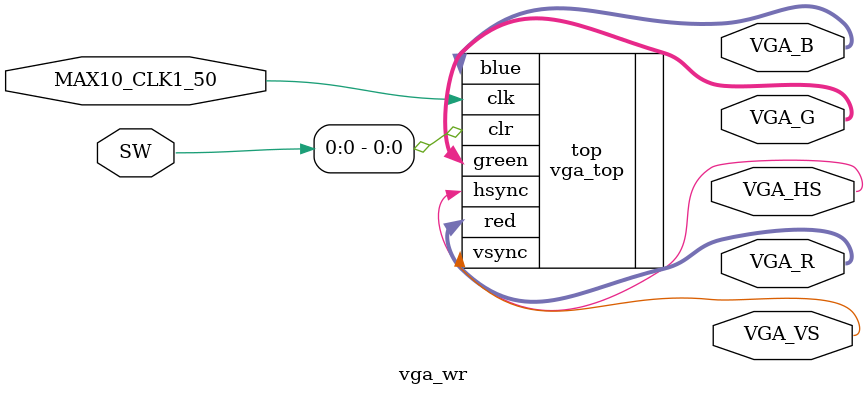
<source format=v>
module vga_wr(

	input MAX10_CLK1_50,		//master clock = 50MHz
	input [9:0] SW,			//right-most pushbutton for reset

	output [2:0] VGA_R,	//red vga output - 3 bits
	output [2:0] VGA_G, //green vga output - 3 bits
	output [1:0] VGA_B,	//blue vga output - 2 bits
	output VGA_HS,		//horizontal sync out
	output VGA_VS			//vertical sync out
	);
	
	vga_top top(
	
		.clk(MAX10_CLK1_50),
		.clr(SW[0]),
		.red(VGA_R),
		.green(VGA_G),
		.blue(VGA_B),
		.hsync(VGA_HS),
		.vsync(VGA_VS)
		
	);
	


endmodule 
</source>
